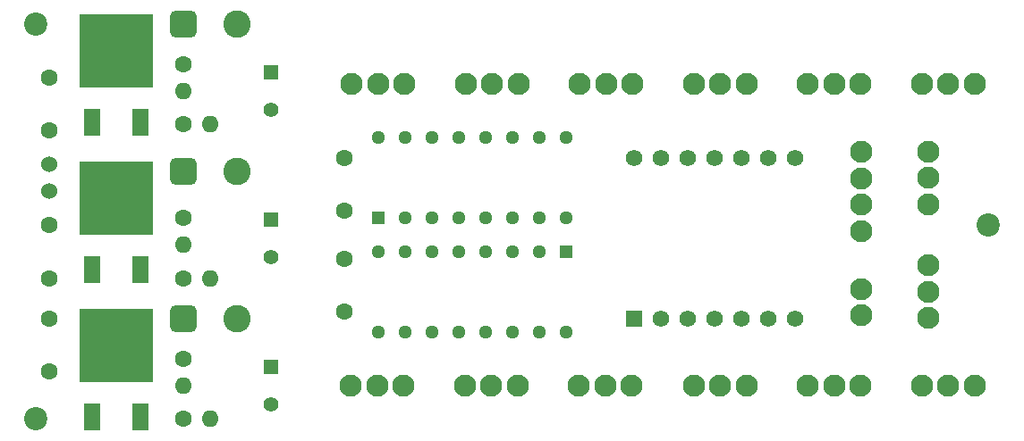
<source format=gts>
%TF.GenerationSoftware,KiCad,Pcbnew,7.0.10*%
%TF.CreationDate,2024-10-31T16:27:30-04:00*%
%TF.ProjectId,SDP25_MainPCB,53445032-355f-44d6-9169-6e5043422e6b,rev?*%
%TF.SameCoordinates,Original*%
%TF.FileFunction,Soldermask,Top*%
%TF.FilePolarity,Negative*%
%FSLAX46Y46*%
G04 Gerber Fmt 4.6, Leading zero omitted, Abs format (unit mm)*
G04 Created by KiCad (PCBNEW 7.0.10) date 2024-10-31 16:27:30*
%MOMM*%
%LPD*%
G01*
G04 APERTURE LIST*
G04 Aperture macros list*
%AMRoundRect*
0 Rectangle with rounded corners*
0 $1 Rounding radius*
0 $2 $3 $4 $5 $6 $7 $8 $9 X,Y pos of 4 corners*
0 Add a 4 corners polygon primitive as box body*
4,1,4,$2,$3,$4,$5,$6,$7,$8,$9,$2,$3,0*
0 Add four circle primitives for the rounded corners*
1,1,$1+$1,$2,$3*
1,1,$1+$1,$4,$5*
1,1,$1+$1,$6,$7*
1,1,$1+$1,$8,$9*
0 Add four rect primitives between the rounded corners*
20,1,$1+$1,$2,$3,$4,$5,0*
20,1,$1+$1,$4,$5,$6,$7,0*
20,1,$1+$1,$6,$7,$8,$9,0*
20,1,$1+$1,$8,$9,$2,$3,0*%
G04 Aperture macros list end*
%ADD10C,2.100000*%
%ADD11C,1.600000*%
%ADD12O,1.600000X1.600000*%
%ADD13RoundRect,0.650000X-0.650000X-0.650000X0.650000X-0.650000X0.650000X0.650000X-0.650000X0.650000X0*%
%ADD14C,2.600000*%
%ADD15R,1.500000X2.500000*%
%ADD16R,7.000000X7.000000*%
%ADD17R,1.422400X1.422400*%
%ADD18C,1.422400*%
%ADD19C,2.200000*%
%ADD20R,1.295400X1.295400*%
%ADD21C,1.295400*%
%ADD22RoundRect,0.102000X0.679000X-0.679000X0.679000X0.679000X-0.679000X0.679000X-0.679000X-0.679000X0*%
%ADD23C,1.562000*%
%ADD24C,1.524000*%
G04 APERTURE END LIST*
D10*
%TO.C,J9*%
X128905000Y-51515000D03*
X128905000Y-54015000D03*
X128905000Y-56515000D03*
X128905000Y-59015000D03*
%TD*%
%TO.C,J15*%
X134660000Y-73665000D03*
X137160000Y-73665000D03*
X139660000Y-73665000D03*
%TD*%
D11*
%TO.C,R2*%
X64770000Y-43180000D03*
D12*
X64770000Y-45720000D03*
%TD*%
D11*
%TO.C,R3*%
X64770000Y-76835000D03*
D12*
X67310000Y-76835000D03*
%TD*%
D13*
%TO.C,TP1*%
X64770000Y-53340000D03*
D14*
X69850000Y-53340000D03*
%TD*%
D15*
%TO.C,IC2*%
X56120000Y-48760000D03*
D16*
X58420000Y-41910000D03*
D15*
X60720000Y-48760000D03*
%TD*%
D17*
%TO.C,C6*%
X73025000Y-57969150D03*
D18*
X73025000Y-61474350D03*
%TD*%
D11*
%TO.C,C3*%
X80010000Y-66635000D03*
X80010000Y-61635000D03*
%TD*%
D10*
%TO.C,J12*%
X102195000Y-73665000D03*
X104695000Y-73665000D03*
X107195000Y-73665000D03*
%TD*%
D19*
%TO.C,REF\u002A\u002A*%
X50800000Y-39370000D03*
%TD*%
D15*
%TO.C,IC3*%
X56120000Y-76700000D03*
D16*
X58420000Y-69850000D03*
D15*
X60720000Y-76700000D03*
%TD*%
D11*
%TO.C,C7*%
X52070000Y-44490000D03*
X52070000Y-49490000D03*
%TD*%
%TO.C,C5*%
X52070000Y-58500000D03*
X52070000Y-63500000D03*
%TD*%
D10*
%TO.C,J2*%
X135260000Y-56475000D03*
X135260000Y-53975000D03*
X135260000Y-51475000D03*
%TD*%
D11*
%TO.C,R6*%
X64770000Y-57785000D03*
D12*
X64770000Y-60325000D03*
%TD*%
D10*
%TO.C,J10*%
X80605000Y-73665000D03*
X83105000Y-73665000D03*
X85605000Y-73665000D03*
%TD*%
D13*
%TO.C,TP2*%
X64770000Y-39370000D03*
D14*
X69850000Y-39370000D03*
%TD*%
D19*
%TO.C,REF\u002A\u002A*%
X50800000Y-76835000D03*
%TD*%
D10*
%TO.C,J5*%
X118070000Y-45085000D03*
X115570000Y-45085000D03*
X113070000Y-45085000D03*
%TD*%
D15*
%TO.C,IC1*%
X56120000Y-62730000D03*
D16*
X58420000Y-55880000D03*
D15*
X60720000Y-62730000D03*
%TD*%
D13*
%TO.C,TP3*%
X64770000Y-67310000D03*
D14*
X69850000Y-67310000D03*
%TD*%
D10*
%TO.C,J17*%
X128900000Y-64540000D03*
X128900000Y-67040000D03*
%TD*%
D20*
%TO.C,U1*%
X83185000Y-57785000D03*
D21*
X85725000Y-57785000D03*
X88265000Y-57785000D03*
X90805000Y-57785000D03*
X93345000Y-57785000D03*
X95885000Y-57785000D03*
X98425000Y-57785000D03*
X100965000Y-57785000D03*
X100965000Y-50165000D03*
X98425000Y-50165000D03*
X95885000Y-50165000D03*
X93345000Y-50165000D03*
X90805000Y-50165000D03*
X88265000Y-50165000D03*
X85725000Y-50165000D03*
X83185000Y-50165000D03*
%TD*%
D10*
%TO.C,J13*%
X113070000Y-73665000D03*
X115570000Y-73665000D03*
X118070000Y-73665000D03*
%TD*%
%TO.C,J16*%
X135250000Y-62270000D03*
X135250000Y-64770000D03*
X135250000Y-67270000D03*
%TD*%
D20*
%TO.C,U2*%
X100965000Y-60960000D03*
D21*
X98425000Y-60960000D03*
X95885000Y-60960000D03*
X93345000Y-60960000D03*
X90805000Y-60960000D03*
X88265000Y-60960000D03*
X85725000Y-60960000D03*
X83185000Y-60960000D03*
X83185000Y-68580000D03*
X85725000Y-68580000D03*
X88265000Y-68580000D03*
X90805000Y-68580000D03*
X93345000Y-68580000D03*
X95885000Y-68580000D03*
X98425000Y-68580000D03*
X100965000Y-68580000D03*
%TD*%
D17*
%TO.C,C1*%
X73025000Y-43999150D03*
D18*
X73025000Y-47504350D03*
%TD*%
D17*
%TO.C,C2*%
X73025000Y-71939150D03*
D18*
X73025000Y-75444350D03*
%TD*%
D10*
%TO.C,J4*%
X128865000Y-45085000D03*
X126365000Y-45085000D03*
X123865000Y-45085000D03*
%TD*%
D19*
%TO.C,REF\u002A\u002A*%
X140970000Y-58420000D03*
%TD*%
D10*
%TO.C,J11*%
X91400000Y-73665000D03*
X93900000Y-73665000D03*
X96400000Y-73665000D03*
%TD*%
D11*
%TO.C,C8*%
X52070000Y-67350000D03*
X52070000Y-72350000D03*
%TD*%
D10*
%TO.C,J14*%
X123865000Y-73665000D03*
X126365000Y-73665000D03*
X128865000Y-73665000D03*
%TD*%
%TO.C,J7*%
X96480000Y-45085000D03*
X93980000Y-45085000D03*
X91480000Y-45085000D03*
%TD*%
%TO.C,J6*%
X107275000Y-45085000D03*
X104775000Y-45085000D03*
X102275000Y-45085000D03*
%TD*%
D11*
%TO.C,C4*%
X80010000Y-52110000D03*
X80010000Y-57110000D03*
%TD*%
D22*
%TO.C,U3*%
X107378500Y-67310000D03*
D23*
X109918500Y-67310000D03*
X112458500Y-67310000D03*
X114998500Y-67310000D03*
X117538500Y-67310000D03*
X120078500Y-67310000D03*
X122618500Y-67310000D03*
X122618500Y-52070000D03*
X120078500Y-52070000D03*
X117538500Y-52070000D03*
X114998500Y-52070000D03*
X112458500Y-52070000D03*
X109918500Y-52070000D03*
X107378500Y-52070000D03*
%TD*%
D11*
%TO.C,R1*%
X64770000Y-48895000D03*
D12*
X67310000Y-48895000D03*
%TD*%
D11*
%TO.C,R5*%
X64770000Y-63500000D03*
D12*
X67310000Y-63500000D03*
%TD*%
D10*
%TO.C,J8*%
X85685000Y-45085000D03*
X83185000Y-45085000D03*
X80685000Y-45085000D03*
%TD*%
%TO.C,J3*%
X139660000Y-45085000D03*
X137160000Y-45085000D03*
X134660000Y-45085000D03*
%TD*%
D24*
%TO.C,J1*%
X52070000Y-52705000D03*
X52050000Y-55245000D03*
%TD*%
D11*
%TO.C,R4*%
X64770000Y-71120000D03*
D12*
X64770000Y-73660000D03*
%TD*%
M02*

</source>
